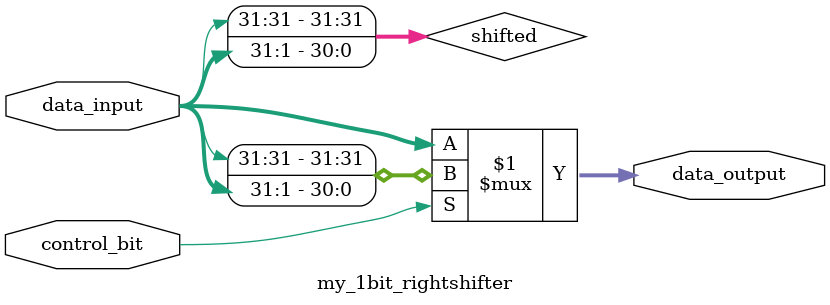
<source format=v>
module my_1bit_rightshifter(data_input, control_bit, data_output);

	input [31:0] data_input;
	input control_bit;
	
	wire [31:0] shifted;
	
	output [31:0] data_output;
	
	
	genvar k;
	generate
	for(k = 0; k < 31; k = k+1) begin: my1RightShiftLoop
		assign shifted[k] = data_input[k+1];
    end
	endgenerate
    
    assign shifted[31] = data_input[31];
	
	assign data_output = control_bit ? shifted : data_input;
	
	
	
endmodule
</source>
